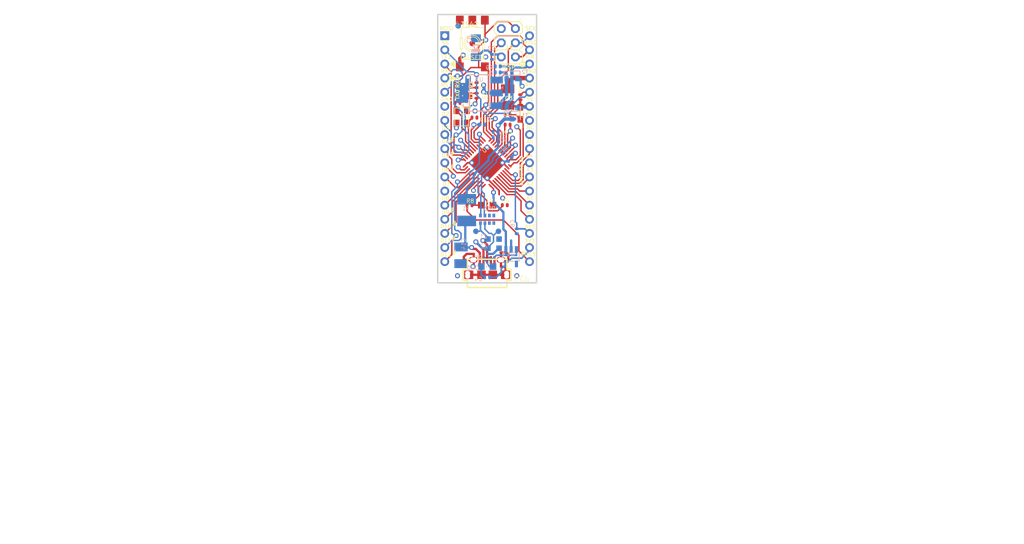
<source format=kicad_pcb>
(kicad_pcb (version 20211014) (generator pcbnew)
  (layers (0 "F.Cu" signal) (1 "In1.Cu" signal) (2 "In2.Cu" signal) (31 "B.Cu" signal) (34 "B.Paste" user) (35 "F.Paste" user) (36 "B.SilkS" user "B.Silkscreen") (37 "F.SilkS" user "F.Silkscreen") (38 "B.Mask" user) (39 "F.Mask" user) (44 "Edge.Cuts" user))
  (net 0 "")
  (net 1 "IO13*")
  (net 2 "D2/SDA")
  (net 3 "D3/SCL")
  (net 4 "RESET")
  (net 5 "D1/TX")
  (net 6 "IO11*")
  (net 7 "IO9*")
  (net 8 "IO10*")
  (net 9 "A3")
  (net 10 "A2")
  (net 11 "A1")
  (net 12 "A0")
  (net 13 "A4")
  (net 14 "A5")
  (net 15 "D4*")
  (net 16 "AREF")
  (net 17 "+5V")
  (net 18 "VIN")
  (net 19 "3V3")
  (net 20 "D0/RX")
  (net 21 "VUSB")
  (net 22 "XTAL2")
  (net 23 "XTAL1")
  (net 24 "N$7")
  (net 25 "GND")
  (net 26 "D-")
  (net 27 "D+")
  (net 28 "RD-")
  (net 29 "RD+")
  (net 30 "TXLED")
  (net 31 "MISO")
  (net 32 "SCK")
  (net 33 "MOSI")
  (net 34 "D6*")
  (net 35 "HWB")
  (net 36 "IO8")
  (net 37 "D7")
  (net 38 "AVCC")
  (net 39 "UCAP")
  (net 40 "RXLED/SS")
  (net 41 "N$2")
  (net 42 "N$4")
  (net 43 "N$3")
  (net 44 "VUSBD")
  (net 45 "D5*")
  (net 46 "IO12*")
  (net 47 "+VIN")
  (footprint "boardEagle:HEAD17-NOSS-1" (layer "F.Cu") (at 156.1211 84.6836 -90)
    (fp_text reference "J6")
    (fp_text value "HEAD17-NOSS-1")
  )
  (footprint "boardEagle:HEAD17-NOSS" (layer "F.Cu") (at 140.8811 84.6836 -90)
    (fp_text reference "J5")
    (fp_text value "HEAD17-NOSS")
  )
  (footprint "" (layer "F.Cu") (at 156.1211 82.1436)
    (fp_text reference "@HOLE3" hide)
    (fp_text value "")
  )
  (footprint "boardEagle:R0402" (layer "F.Cu") (at 146.5961 95.4786 90)
    (fp_text reference "R6")
    (fp_text value "1K")
  )
  (footprint "" (layer "F.Cu") (at 156.1211 127.8636)
    (fp_text reference "@HOLE1" hide)
    (fp_text value "")
  )
  (footprint "boardEagle:CON2_USB_MICRO_B_AT" (layer "F.Cu") (at 148.5011 127.6858)
    (fp_text reference "J3" hide)
    (fp_text value "USB Micro" hide)
  )
  (footprint "" (layer "F.Cu") (at 140.8811 127.8636)
    (fp_text reference "@HOLE0" hide)
    (fp_text value "")
  )
  (footprint "boardEagle:R0402" (layer "F.Cu") (at 151.6761 115.1636)
    (fp_text reference "R4")
    (fp_text value "10K")
  )
  (footprint "boardEagle:2X03" (layer "F.Cu") (at 152.3111 85.9536 90)
    (fp_text reference "J4")
    (fp_text value "3x2M")
  )
  (footprint "boardEagle:C0402" (layer "F.Cu") (at 152.1841 100.6856)
    (fp_text reference "C5")
    (fp_text value "1uF")
  )
  (footprint "" (layer "F.Cu") (at 140.8811 82.1436)
    (fp_text reference "@HOLE2" hide)
    (fp_text value "")
  )
  (footprint "boardEagle:TS42" (layer "F.Cu") (at 145.8341 86.0806 -90)
    (fp_text reference "RESET0")
    (fp_text value "TS42")
  )
  (footprint "boardEagle:R0402" (layer "F.Cu") (at 146.5961 93.5736 -90)
    (fp_text reference "R7")
    (fp_text value "1K")
  )
  (footprint "boardEagle:FD-1-1.5" (layer "F.Cu") (at 145.8341 86.0806)
    (fp_text reference "U$37" hide)
    (fp_text value "DNP" hide)
  )
  (footprint "boardEagle:TP-1.00MM" (layer "F.Cu") (at 150.5331 119.8626)
    (fp_text reference "D-0" hide)
    (fp_text value "DNP" hide)
  )
  (footprint "boardEagle:0805" (layer "F.Cu") (at 154.4701 98.6536 -90)
    (fp_text reference "L2")
    (fp_text value "MH2029-300Y")
  )
  (footprint "boardEagle:TP-1.00MM" (layer "F.Cu") (at 146.4691 119.8626)
    (fp_text reference "D+0" hide)
    (fp_text value "DNP" hide)
  )
  (footprint "boardEagle:QFN44ML7X7" (layer "F.Cu") (at 148.5011 107.5436 -135)
    (fp_text reference "U1")
    (fp_text value "ATMEGA32U4-XUMU")
  )
  (footprint "boardEagle:R0402" (layer "F.Cu") (at 145.3261 115.1636)
    (fp_text reference "R8")
    (fp_text value "1K")
  )
  (footprint "boardEagle:C0402" (layer "F.Cu") (at 152.1841 98.9076 180)
    (fp_text reference "C7")
    (fp_text value "1uF")
  )
  (footprint "boardEagle:R0402" (layer "F.Cu") (at 154.4701 95.7326 90)
    (fp_text reference "R1")
    (fp_text value "10K")
  )
  (footprint "boardEagle:CHIPLED_0805" (layer "F.Cu") (at 144.1831 95.4786 90)
    (fp_text reference "TX0")
    (fp_text value "yellow")
  )
  (footprint "boardEagle:CHIPLED_0805" (layer "F.Cu") (at 148.5011 115.1636 -90)
    (fp_text reference "L0")
    (fp_text value "green")
  )
  (footprint "boardEagle:CHIPLED_0805" (layer "F.Cu") (at 144.1831 93.5736 90)
    (fp_text reference "RX0")
    (fp_text value "yellow")
  )
  (footprint "boardEagle:SMC_B" (layer "F.Cu") (at 152.1841 95.7326 90)
    (fp_text reference "C3")
    (fp_text value "22u")
  )
  (footprint "boardEagle:FRAME" (layer "F.Cu") (at 139.6111 129.1336)
    (fp_text reference "FRAME1" hide)
    (fp_text value "DNP" hide)
  )
  (footprint "boardEagle:C0402" (layer "F.Cu") (at 146.2151 99.4156 180)
    (fp_text reference "C12")
    (fp_text value "22pF")
  )
  (footprint "boardEagle:C0402" (layer "F.Cu") (at 143.1671 96.7486 180)
    (fp_text reference "C13")
    (fp_text value "22pF")
  )
  (footprint "boardEagle:CRYSTAL-3.2-2.5" (layer "F.Cu") (at 143.9291 99.2886 90)
    (fp_text reference "Y3")
    (fp_text value "16MHz KX-7")
  )
  (footprint "boardEagle:C0402" (layer "B.Cu") (at 150.0251 101.9556 180)
    (fp_text reference "C9")
    (fp_text value "100n")
  )
  (footprint "boardEagle:SOT223" (layer "B.Cu") (at 147.1041 94.9706 -90)
    (fp_text reference "U2")
    (fp_text value "NCP1117-5")
  )
  (footprint "boardEagle:FD-1-1.5" (layer "B.Cu") (at 143.2941 82.9056 180)
    (fp_text reference "U$53" hide)
    (fp_text value "DNP" hide)
  )
  (footprint "boardEagle:C0402" (layer "B.Cu") (at 149.3901 88.4936 -90)
    (fp_text reference "C2")
    (fp_text value "100n")
  )
  (footprint "boardEagle:C0402" (layer "B.Cu") (at 150.4061 91.2876 180)
    (fp_text reference "C1")
    (fp_text value "100n")
  )
  (footprint "boardEagle:SOT-23" (layer "B.Cu") (at 152.9461 91.4146)
    (fp_text reference "T2")
    (fp_text value "PMV48XP")
  )
  (footprint "boardEagle:SOT-23" (layer "B.Cu") (at 153.0096 98.6536 180)
    (fp_text reference "T1")
    (fp_text value "FDN340P/PMV48XP")
  )
  (footprint "boardEagle:C0402" (layer "B.Cu") (at 153.8351 119.8626 -90)
    (fp_text reference "C6")
    (fp_text value "100n")
  )
  (footprint "boardEagle:C0402" (layer "B.Cu") (at 152.5651 106.9086 -135)
    (fp_text reference "C11")
    (fp_text value "100n")
  )
  (footprint "boardEagle:SMC_B" (layer "B.Cu") (at 143.8021 124.1806 -90)
    (fp_text reference "C14")
    (fp_text value "22u")
  )
  (footprint "boardEagle:SOT23-DBV" (layer "B.Cu") (at 152.8191 124.4346)
    (fp_text reference "U4")
    (fp_text value "LP2985-33DBVR")
  )
  (footprint "boardEagle:R0402" (layer "B.Cu") (at 150.4061 90.1954)
    (fp_text reference "R9")
    (fp_text value "10K")
  )
  (footprint "boardEagle:R0402" (layer "B.Cu") (at 150.0251 102.9716)
    (fp_text reference "R2")
    (fp_text value "10K")
  )
  (footprint "boardEagle:C0402" (layer "B.Cu") (at 147.5486 100.6856)
    (fp_text reference "C10")
    (fp_text value "100n")
  )
  (footprint "boardEagle:C0402" (layer "B.Cu") (at 148.5011 128.1176 180)
    (fp_text reference "C4")
    (fp_text value "1uF")
  )
  (footprint "boardEagle:CT_CN0603" (layer "B.Cu") (at 149.6441 122.9106)
    (fp_text reference "Z2")
    (fp_text value "CG0603MLC-05E")
  )
  (footprint "boardEagle:MINIMELF" (layer "B.Cu") (at 146.4691 86.8426 90)
    (fp_text reference "D2")
    (fp_text value "CD1206-S01575")
  )
  (footprint "boardEagle:CHIPLED_0805" (layer "B.Cu") (at 148.5011 126.2126 -90)
    (fp_text reference "ON0")
    (fp_text value "blue")
  )
  (footprint "boardEagle:R0402" (layer "B.Cu") (at 148.5011 124.8156 180)
    (fp_text reference "R5")
    (fp_text value "1K")
  )
  (footprint "boardEagle:CAY16" (layer "B.Cu") (at 148.5011 117.7036)
    (fp_text reference "RP3")
    (fp_text value "22R")
  )
  (footprint "boardEagle:CT_CN0603" (layer "B.Cu") (at 149.6441 121.2596)
    (fp_text reference "Z1")
    (fp_text value "CG0603MLC-05E")
  )
  (footprint "boardEagle:L1812" (layer "B.Cu") (at 144.8181 116.0526 90)
    (fp_text reference "F1")
    (fp_text value "MF-MSMF050-2 500mA")
  )
  (gr_line (start 142.3543 89.8652) (end 142.3543 89.662) (layer "F.SilkS") (width 0.4064))
  (gr_line (start 141.8971 91.7956) (end 142.6337 92.3036) (layer "F.SilkS") (width 0.3048))
  (gr_circle (center 154.8511 89.7636) (end 155.0307 89.7636) (layer "F.SilkS") (width 0.4064) (fill none))
  (gr_line (start 142.6591 90.2716) (end 141.8971 89.7636) (layer "F.SilkS") (width 0.3048))
  (gr_line (start 141.8971 91.7956) (end 141.8971 92.8116) (layer "F.SilkS") (width 0.3048))
  (gr_line (start 141.8971 92.8116) (end 142.6337 92.3036) (layer "F.SilkS") (width 0.3048))
  (gr_line (start 142.2019 92.3798) (end 142.2019 92.202) (layer "F.SilkS") (width 0.4064))
  (gr_line (start 142.6591 89.2556) (end 142.6591 90.2716) (layer "F.SilkS") (width 0.3048))
  (gr_line (start 141.8971 89.7636) (end 142.6591 89.2556) (layer "F.SilkS") (width 0.3048))
  (gr_line (start 157.3911 129.1336) (end 157.3911 80.8736) (layer "Edge.Cuts") (width 0.254))
  (gr_line (start 139.6111 80.8736) (end 139.6111 129.1336) (layer "Edge.Cuts") (width 0.254))
  (gr_line (start 157.3911 80.8736) (end 139.6111 80.8736) (layer "Edge.Cuts") (width 0.254))
  (gr_line (start 139.6111 129.1336) (end 157.3911 129.1336) (layer "Edge.Cuts") (width 0.254))
  (gr_text "#" (at 141.7701 116.4336) (layer "F.SilkS") (effects (font (size 0.69088 0.69088) (thickness 0.12192)) (justify left bottom)))
  (gr_text "D6" (at 140.2461 109.1946) (layer "F.SilkS") (effects (font (size 0.69088 0.69088) (thickness 0.12192)) (justify left bottom)))
  (gr_text "ICSP" (at 151.1173 90.7796) (layer "F.SilkS") (effects (font (size 0.69088 0.69088) (thickness 0.12192)) (justify left bottom)))
  (gr_text "VIN" (at 155.2321 88.8746) (layer "F.SilkS") (effects (font (size 0.69088 0.69088) (thickness 0.12192)) (justify left bottom)))
  (gr_text "SS" (at 140.2461 86.3346) (layer "F.SilkS") (effects (font (size 0.69088 0.69088) (thickness 0.12192)) (justify left bottom)))
  (gr_text "#" (at 142.1511 124.0536) (layer "F.SilkS") (effects (font (size 0.69088 0.69088) (thickness 0.12192)) (justify left bottom)))
  (gr_text "NC" (at 155.4861 101.5746) (layer "F.SilkS") (effects (font (size 0.69088 0.69088) (thickness 0.12192)) (justify left bottom)))
  (gr_text "REF" (at 155.2321 119.4816) (layer "F.SilkS") (effects (font (size 0.69088 0.69088) (thickness 0.12192)) (justify left bottom)))
  (gr_text "#" (at 141.7701 106.2736) (layer "F.SilkS") (effects (font (size 0.69088 0.69088) (thickness 0.12192)) (justify left bottom)))
  (gr_text "D13" (at 155.1051 124.4346) (layer "F.SilkS") (effects (font (size 0.69088 0.69088) (thickness 0.12192)) (justify left bottom)))
  (gr_text "D12" (at 139.9921 124.4346) (layer "F.SilkS") (effects (font (size 0.69088 0.69088) (thickness 0.12192)) (justify left bottom)))
  (gr_text "MOSI" (at 139.8651 83.7946) (layer "F.SilkS") (effects (font (size 0.69088 0.69088) (thickness 0.12192)) (justify left bottom)))
  (gr_text "3V3" (at 155.1051 122.0216) (layer "F.SilkS") (effects (font (size 0.69088 0.69088) (thickness 0.12192)) (justify left bottom)))
  (gr_text "RST" (at 140.1191 93.9546) (layer "F.SilkS") (effects (font (size 0.69088 0.69088) (thickness 0.12192)) (justify left bottom)))
  (gr_text "A3" (at 155.4861 109.1946) (layer "F.SilkS") (effects (font (size 0.69088 0.69088) (thickness 0.12192)) (justify left bottom)))
  (gr_text "arduino.cc" (at 154.9781 111.7346 90) (layer "F.SilkS") (effects (font (size 0.69088 0.69088) (thickness 0.12192)) (justify left bottom)))
  (gr_text "#" (at 154.4701 124.1806) (layer "F.SilkS") (effects (font (size 0.69088 0.69088) (thickness 0.12192)) (justify left bottom)))
  (gr_text "RX" (at 146.032243 94.2086 90) (layer "F.SilkS") (effects (font (size 0.69088 0.69088) (thickness 0.12192)) (justify left bottom)))
  (gr_text "A5" (at 155.4861 104.1146) (layer "F.SilkS") (effects (font (size 0.69088 0.69088) (thickness 0.12192)) (justify left bottom)))
  (gr_text "TX" (at 146.066231 96.124929 90) (layer "F.SilkS") (effects (font (size 0.69088 0.69088) (thickness 0.12192)) (justify left bottom)))
  (gr_text "SCK" (at 155.2321 83.7946) (layer "F.SilkS") (effects (font (size 0.69088 0.69088) (thickness 0.12192)) (justify left bottom)))
  (gr_text "A4" (at 155.3591 106.6546) (layer "F.SilkS") (effects (font (size 0.69088 0.69088) (thickness 0.12192)) (justify left bottom)))
  (gr_text "#" (at 142.0241 121.5136) (layer "F.SilkS") (effects (font (size 0.69088 0.69088) (thickness 0.12192)) (justify left bottom)))
  (gr_text "D5" (at 140.2461 106.6546) (layer "F.SilkS") (effects (font (size 0.69088 0.69088) (thickness 0.12192)) (justify left bottom)))
  (gr_text "A1" (at 155.4861 114.2746) (layer "F.SilkS") (effects (font (size 0.69088 0.69088) (thickness 0.12192)) (justify left bottom)))
  (gr_text "GND" (at 155.1051 91.4146) (layer "F.SilkS") (effects (font (size 0.69088 0.69088) (thickness 0.12192)) (justify left bottom)))
  (gr_text "D10" (at 139.9921 119.3546) (layer "F.SilkS") (effects (font (size 0.69088 0.69088) (thickness 0.12192)) (justify left bottom)))
  (gr_text "D2" (at 140.2461 99.1616) (layer "F.SilkS") (effects (font (size 0.69088 0.69088) (thickness 0.12192)) (justify left bottom)))
  (gr_text "#" (at 142.1511 118.8466) (layer "F.SilkS") (effects (font (size 0.69088 0.69088) (thickness 0.12192)) (justify left bottom)))
  (gr_text "MISO" (at 154.9781 86.3346) (layer "F.SilkS") (effects (font (size 0.69088 0.69088) (thickness 0.12192)) (justify left bottom)))
  (gr_text "D4" (at 140.2461 104.1146) (layer "F.SilkS") (effects (font (size 0.69088 0.69088) (thickness 0.12192)) (justify left bottom)))
  (gr_text "RST" (at 155.2321 93.9546) (layer "F.SilkS") (effects (font (size 0.69088 0.69088) (thickness 0.12192)) (justify left bottom)))
  (gr_text "#" (at 141.7701 103.7336) (layer "F.SilkS") (effects (font (size 0.69088 0.69088) (thickness 0.12192)) (justify left bottom)))
  (gr_text "TX1" (at 140.1191 88.8746) (layer "F.SilkS") (effects (font (size 0.69088 0.69088) (thickness 0.12192)) (justify left bottom)))
  (gr_text "#" (at 141.7701 108.6866) (layer "F.SilkS") (effects (font (size 0.69088 0.69088) (thickness 0.12192)) (justify left bottom)))
  (gr_text "GND" (at 140.1191 96.4946) (layer "F.SilkS") (effects (font (size 0.69088 0.69088) (thickness 0.12192)) (justify left bottom)))
  (gr_text "D9" (at 140.2461 116.8146) (layer "F.SilkS") (effects (font (size 0.69088 0.69088) (thickness 0.12192)) (justify left bottom)))
  (gr_text "5V" (at 155.4861 96.4946) (layer "F.SilkS") (effects (font (size 0.69088 0.69088) (thickness 0.12192)) (justify left bottom)))
  (gr_text "D7" (at 140.3731 111.7346) (layer "F.SilkS") (effects (font (size 0.69088 0.69088) (thickness 0.12192)) (justify left bottom)))
  (gr_text "A2" (at 155.4861 111.7346) (layer "F.SilkS") (effects (font (size 0.69088 0.69088) (thickness 0.12192)) (justify left bottom)))
  (gr_text "NC" (at 155.6131 99.0346) (layer "F.SilkS") (effects (font (size 0.69088 0.69088) (thickness 0.12192)) (justify left bottom)))
  (gr_text "D8" (at 140.2461 114.2746) (layer "F.SilkS") (effects (font (size 0.69088 0.69088) (thickness 0.12192)) (justify left bottom)))
  (gr_text "RX1" (at 140.1191 91.4146) (layer "F.SilkS") (effects (font (size 0.69088 0.69088) (thickness 0.12192)) (justify left bottom)))
  (gr_text "D11" (at 139.9921 121.8946) (layer "F.SilkS") (effects (font (size 0.69088 0.69088) (thickness 0.12192)) (justify left bottom)))
  (gr_text "D3" (at 140.2461 101.7016) (layer "F.SilkS") (effects (font (size 0.69088 0.69088) (thickness 0.12192)) (justify left bottom)))
  (gr_text "A0" (at 155.4861 116.8146) (layer "F.SilkS") (effects (font (size 0.69088 0.69088) (thickness 0.12192)) (justify left bottom)))
  (segment (start 146.4691 117.8306) (end 144.8816 116.2431) (width 0.254) (layer "F.Cu") (net 1))
  (segment (start 156.1211 125.3236) (end 154.2161 123.4186) (width 0.254) (layer "F.Cu") (net 1))
  (segment (start 144.8816 115.1636) (end 144.8816 114.5921) (width 0.254) (layer "F.Cu") (net 1))
  (segment (start 145.1991 114.2746) (end 146.0881 114.2746) (width 0.254) (layer "F.Cu") (net 1))
  (segment (start 146.0881 114.2746) (end 146.9771 113.5126) (width 0.254) (layer "F.Cu") (net 1))
  (segment (start 151.4221 117.8306) (end 146.4691 117.8306) (width 0.254) (layer "F.Cu") (net 1))
  (segment (start 146.9771 113.5126) (end 146.9771 111.896) (width 0.254) (layer "F.Cu") (net 1))
  (segment (start 154.2161 120.6246) (end 151.4221 117.8306) (width 0.254) (layer "F.Cu") (net 1))
  (segment (start 144.8816 114.5921) (end 145.1991 114.2746) (width 0.254) (layer "F.Cu") (net 1))
  (segment (start 154.2161 123.4186) (end 154.2161 120.6246) (width 0.254) (layer "F.Cu") (net 1))
  (segment (start 146.9771 111.896) (end 147.599537 111.273591) (width 0.254) (layer "F.Cu") (net 1))
  (segment (start 144.8816 115.1636) (end 144.8816 116.2431) (width 0.254) (layer "F.Cu") (net 1))
  (segment (start 144.8008 105.2576) (end 145.478215 105.934935) (width 0.254) (layer "F.Cu") (net 2))
  (segment (start 144.0561 105.2576) (end 144.8008 105.2576) (width 0.254) (layer "F.Cu") (net 2))
  (segment (start 143.4211 104.7496) (end 143.5481 104.7496) (width 0.254) (layer "F.Cu") (net 2))
  (segment (start 143.5481 104.7496) (end 144.0561 105.2576) (width 0.254) (layer "F.Cu") (net 2))
  (via (at 143.4211 104.7496) (size 0.9) (drill 0.5) (layers "F.Cu" "B.Cu") (net 2))
  (segment (start 142.7861 104.3686) (end 143.0401 104.3686) (width 0.254) (layer "B.Cu") (net 2))
  (segment (start 140.8811 100.8126) (end 140.8811 99.9236) (width 0.254) (layer "B.Cu") (net 2))
  (segment (start 142.0241 103.6066) (end 142.0241 101.9556) (width 0.254) (layer "B.Cu") (net 2))
  (segment (start 142.0241 101.9556) (end 140.8811 100.8126) (width 0.254) (layer "B.Cu") (net 2))
  (segment (start 143.0401 104.3686) (end 143.4211 104.7496) (width 0.254) (layer "B.Cu") (net 2))
  (segment (start 142.7861 104.3686) (end 142.0241 103.6066) (width 0.254) (layer "B.Cu") (net 2))
  (segment (start 145.0086 104.7496) (end 144.9999 104.7496) (width 0.254) (layer "F.Cu") (net 3))
  (segment (start 144.9999 104.7496) (end 145.831771 105.581382) (width 0.254) (layer "F.Cu") (net 3))
  (segment (start 143.7386 103.4796) (end 145.0086 104.7496) (width 0.254) (layer "F.Cu") (net 3))
  (via (at 143.7386 103.4796) (size 0.9) (drill 0.5) (layers "F.Cu" "B.Cu") (net 3))
  (segment (start 141.3891 103.7971) (end 142.2781 104.6861) (width 0.254) (layer "B.Cu") (net 3))
  (segment (start 141.3891 102.9716) (end 140.8811 102.4636) (width 0.254) (layer "B.Cu") (net 3))
  (segment (start 144.0561 105.6386) (end 144.4371 105.2576) (width 0.254) (layer "B.Cu") (net 3))
  (segment (start 141.3891 103.7971) (end 141.3891 102.9716) (width 0.254) (layer "B.Cu") (net 3))
  (segment (start 142.2781 104.8766) (end 143.0401 105.6386) (width 0.254) (layer "B.Cu") (net 3))
  (segment (start 143.0401 105.6386) (end 144.0561 105.6386) (width 0.254) (layer "B.Cu") (net 3))
  (segment (start 142.2781 104.6861) (end 142.2781 104.8766) (width 0.254) (layer "B.Cu") (net 3))
  (segment (start 144.4371 105.2576) (end 144.4371 104.1781) (width 0.254) (layer "B.Cu") (net 3))
  (segment (start 144.4371 104.1781) (end 143.7386 103.4796) (width 0.254) (layer "B.Cu") (net 3))
  (segment (start 147.9931 90.2716) (end 148.1201 90.2716) (width 0.254) (layer "F.Cu") (net 4))
  (segment (start 154.5082 95.2881) (end 154.559 95.2881) (width 0.254) (layer "F.Cu") (net 4))
  (segment (start 148.2471 90.2806) (end 148.2471 90.3986) (width 0.254) (layer "F.Cu") (net 4))
  (segment (start 154.559 95.2881) (end 155.0035 94.8436) (width 0.254) (layer "F.Cu") (net 4))
  (segment (start 144.0561 91.9226) (end 143.1671 91.9226) (width 0.254) (layer "F.Cu") (net 4))
  (segment (start 148.0841 90.2806) (end 148.0841 90.2356) (width 0.254) (layer "F.Cu") (net 4))
  (segment (start 148.1201 90.3986) (end 148.1201 90.2716) (width 0.254) (layer "F.Cu") (net 4))
  (segment (start 154.5082 95.2881) (end 154.4701 95.2881) (width 0.3048) (layer "F.Cu") (net 4))
  (segment (start 150.4061 82.1436) (end 152.3111 82.1436) (width 0.254) (layer "F.Cu") (net 4))
  (segment (start 148.7551 96.6216) (end 148.2471 97.1296) (width 0.254) (layer "F.Cu") (net 4))
  (segment (start 148.0841 90.2806) (end 148.2471 90.2806) (width 0.254) (layer "F.Cu") (net 4))
  (segment (start 147.9931 90.2716) (end 147.9931 90.2806) (width 0.254) (layer "F.Cu") (net 4))
  (segment (start 152.3111 82.1436) (end 153.5811 83.4136) (width 0.254) (layer "F.Cu") (net 4))
  (segment (start 148.1201 90.3166) (end 148.0841 90.2806) (width 0.254) (layer "F.Cu") (net 4))
  (segment (start 147.8301 90.0266) (end 148.0841 90.2806) (width 0.254) (layer "F.Cu") (net 4))
  (segment (start 148.2471 85.4456) (end 148.1201 85.4456) (width 0.254) (layer "F.Cu") (net 4))
  (segment (start 147.599537 103.813613) (end 147.1384 103.3526) (width 0.254) (layer "F.Cu") (net 4))
  (segment (start 146.9771 86.7156) (end 148.2471 85.4456) (width 0.254) (layer "F.Cu") (net 4))
  (segment (start 148.0841 90.3626) (end 148.0841 90.2806) (width 0.254) (layer "F.Cu") (net 4))
  (segment (start 147.9931 90.2806) (end 148.1201 90.4076) (width 0.254) (layer "F.Cu") (net 4))
  (segment (start 148.2471 90.3986) (end 148.1201 90.3986) (width 0.254) (layer "F.Cu") (net 4))
  (segment (start 148.7551 96.6216) (end 148.7551 90.9516) (width 0.254) (layer "F.Cu") (net 4))
  (segment (start 148.1201 84.4296) (end 150.4061 82.1436) (width 0.254) (layer "F.Cu") (net 4))
  (segment (start 148.1201 84.4296) (end 148.1201 81.9166) (width 0.254) (layer "F.Cu") (net 4))
  (segment (start 146.9771 90.3986) (end 146.9771 86.7156) (width 0.254) (layer "F.Cu") (net 4))
  (segment (start 148.0566 90.3081) (end 148.0841 90.2806) (width 0.254) (layer "F.Cu") (net 4))
  (segment (start 146.1516 101.8921) (end 147.3581 100.6856) (width 0.254) (layer "F.Cu") (net 4))
  (segment (start 148.0566 90.2081) (end 148.0841 90.3626) (width 0.254) (layer "F.Cu") (net 4))
  (segment (start 145.5711 90.4076) (end 148.1201 90.4076) (width 0.254) (layer "F.Cu") (net 4))
  (segment (start 146.4691 103.3526) (end 146.1516 103.0351) (width 0.254) (layer "F.Cu") (net 4))
  (segment (start 148.1201 90.2716) (end 148.0841 90.2356) (width 0.254) (layer "F.Cu") (net 4))
  (segment (start 148.1201 85.3186) (end 148.1201 84.4296) (width 0.254) (layer "F.Cu") (net 4))
  (segment (start 148.0841 90.3626) (end 148.1201 90.3986) (width 0.254) (layer "F.Cu") (net 4))
  (segment (start 147.3581 98.0186) (end 148.2471 97.1296) (width 0.254) (layer "F.Cu") (net 4))
  (segment (start 155.0035 94.8436) (end 156.1211 94.8436) (width 0.254) (layer "F.Cu") (net 4))
  (segment (start 148.0566 90.3081) (end 148.0566 90.2081) (width 0.254) (layer "F.Cu") (net 4))
  (segment (start 148.2471 85.4456) (end 148.1201 85.3186) (width 0.254) (layer "F.Cu") (net 4))
  (segment (start 147.3581 100.6856) (end 147.3581 98.0186) (width 0.254) (layer "F.Cu") (net 4))
  (segment (start 148.7551 90.9516) (end 148.0841 90.2806) (width 0.254) (layer "F.Cu") (net 4))
  (segment (start 147.1384 103.3526) (end 146.4691 103.3526) (width 0.254) (layer "F.Cu") (net 4))
  (segment (start 146.1516 103.0351) (end 146.1516 101.8921) (width 0.254) (layer "F.Cu") (net 4))
  (segment (start 146.9771 90.3986) (end 148.1201 90.3986) (width 0.254) (layer "F.Cu") (net 4))
  (segment (start 148.1201 81.9166) (end 148.0841 81.8806) (width 0.254) (layer "F.Cu") (net 4))
  (segment (start 145.5711 90.4076) (end 144.0561 91.9226) (width 0.254) (layer "F.Cu") (net 4))
  (segment (start 148.1201 85.4456) (end 148.1201 85.3186) (width 0.254) (layer "F.Cu") (net 4))
  (via (at 148.2471 97.1296) (size 0.9) (drill 0.5) (layers "F.Cu" "B.Cu") (net 4))
  (via (at 148.2471 85.4456) (size 0.9) (drill 0.5) (layers "F.Cu" "B.Cu") (net 4))
  (via (at 143.1671 91.9226) (size 0.9) (drill 0.5) (layers "F.Cu" "B.Cu") (net 4))
  (segment (start 148.2217 97.7392) (end 148.2217 97.282) (width 0.254) (layer "B.Cu") (net 4))
  (segment (start 142.6591 91.9226) (end 142.0241 92.5576) (width 0.254) (layer "B.Cu") (net 4))
  (segment (start 149.1361 98.6536) (end 152.4381 98.6536) (width 0.254) (layer "B.Cu") (net 4))
  (segment (start 154.4066 95.7326) (end 152.9461 97.2566) (width 0.254) (layer "B.Cu") (net 4))
  (segment (start 142.0241 93.7006) (end 140.8811 94.8436) (width 0.254) (layer "B.Cu") (net 4))
  (segment (start 146.4691 85.1426) (end 146.4691 85.0646) (width 0.254) (layer "B.Cu") (net 4))
  (segment (start 155.2321 95.7326) (end 154.4066 95.7326) (width 0.254) (layer "B.Cu") (net 4))
  (segment (start 148.2217 97.282) (end 148.2471 97.1296) (width 0.254) (layer "B.Cu") (net 4))
  (segment (start 148.2471 85.4456) (end 146.4691 85.4456) (width 0.254) (layer "B.Cu") (net 4))
  (segment (start 142.0241 92.5576) (end 142.0241 93.7006) (width 0.254) (layer "B.Cu") (net 4))
  (segment (start 143.1671 91.9226) (end 142.6591 91.9226) (width 0.254) (layer "B.Cu") (net 4))
  (segment (start 146.4691 85.4456) (end 146.4691 85.1426) (width 0.254) (layer "B.Cu") (net 4))
  (segment (start 152.9461 97.2566) (end 152.9461 98.1456) (width 0.254) (layer "B.Cu") (net 4))
  (segment (start 155.2321 95.7326) (end 156.1211 94.8436) (width 0.254) (layer "B.Cu") (net 4))
  (segment (start 152.9461 98.1456) (end 152.4381 98.6536) (width 0.254) (layer "B.Cu") (net 4))
  (segment (start 148.2217 97.7392) (end 149.1361 98.6536) (width 0.254) (layer "B.Cu") (net 4))
  (segment (start 143.6751 106.1466) (end 143.8021 106.2736) (width 0.254) (layer "F.Cu") (net 5))
  (segment (start 143.8021 106.2736) (end 144.4026 106.2736) (width 0.254) (layer "F.Cu") (net 5))
  (segment (start 142.3416 106.1466) (end 143.6751 106.1466) (width 0.254) (layer "F.Cu") (net 5))
  (segment (start 142.0241 91.1606) (end 140.8811 90.0176) (width 0.254) (layer "F.Cu") (net 5))
  (segment (start 140.8811 90.0176) (end 140.8811 89.7636) (width 0.254) (layer "F.Cu") (net 5))
  (segment (start 142.0241 105.8291) (end 142.3416 106.1466) (width 0.254) (layer "F.Cu") (net 5))
  (segment (start 144.4026 106.2736) (end 144.771109 106.642041) (width 0.254) (layer "F.Cu") (net 5))
  (segment (start 142.0241 105.8291) (end 142.0241 91.1606) (width 0.254) (layer "F.Cu") (net 5))
  (segment (start 147.1041 102.4001) (end 147.1041 102.6112) (width 0.254) (layer "F.Cu") (net 6))
  (segment (start 147.1041 102.6112) (end 147.95309 103.46006) (width 0.254) (layer "F.Cu") (net 6))
  (via (at 147.1041 102.4001) (size 0.9) (drill 0.5) (layers "F.Cu" "B.Cu") (net 6))
  (segment (start 145.3261 109.4486) (end 147.1041 107.6706) (width 0.254) (layer "B.Cu") (net 6))
  (segment (start 143.8021 121.1326) (end 143.8021 120.2436) (width 0.254) (layer "B.Cu") (net 6))
  (segment (start 145.3261 110.3376) (end 145.3261 109.4486) (width 0.254) (layer "B.Cu") (net 6))
  (segment (start 142.6591 113.0046) (end 145.3261 110.3376) (width 0.254) (layer "B.Cu") (net 6))
  (segment (start 143.8021 120.2436) (end 143.2941 119.7356) (width 0.254) (layer "B.Cu") (net 6))
  (segment (start 143.4211 121.5136) (end 143.8021 121.1326) (width 0.254) (layer "B.Cu") (net 6))
  (segment (start 147.1041 107.6706) (end 147.1041 102.4001) (width 0.254) (layer "B.Cu") (net 6))
  (segment (start 142.9131 119.7356) (end 142.6591 119.4816) (width 0.254) (layer "B.Cu") (net 6))
  (segment (start 140.8811 122.7836) (end 142.1511 121.5136) (width 0.254) (layer "B.Cu") (net 6))
  (segment (start 143.2941 119.7356) (end 142.9131 119.7356) (width 0.254) (layer "B.Cu") (net 6))
  (segment (start 142.1511 121.5136) (end 143.4211 121.5136) (width 0.254) (layer "B.Cu") (net 6))
  (segment (start 142.6591 119.4816) (end 142.6591 113.0046) (width 0.254) (layer "B.Cu") (net 6))
  (segment (start 142.2781 114.4737) (end 146.538878 110.212929) (width 0.254) (layer "F.Cu") (net 7))
  (segment (start 142.2781 116.3066) (end 142.2781 114.4737) (width 0.254) (layer "F.Cu") (net 7))
  (segment (start 140.8811 117.7036) (end 142.2781 116.3066) (width 0.254) (layer "F.Cu") (net 7))
  (segment (start 140.8811 120.2436) (end 142.9131 118.2116) (width 0.254) (layer "F.Cu") (net 8))
  (segment (start 142.9131 114.5458) (end 146.892431 110.566485) (width 0.254) (layer "F.Cu") (net 8))
  (segment (start 142.9131 118.2116) (end 142.9131 114.5458) (width 0.254) (layer "F.Cu") (net 8))
  (segment (start 152.692 111.7346) (end 154.5971 111.7346) (width 0.254) (layer "F.Cu") (net 9))
  (segment (start 155.8671 110.4646) (end 156.1211 110.0836) (width 0.254) (layer "F.Cu") (net 9))
  (segment (start 150.816871 109.859375) (end 152.692 111.7346) (width 0.254) (layer "F.Cu") (net 9))
  (segment (start 154.5971 111.7346) (end 155.8671 110.4646) (width 0.254) (layer "F.Cu") (net 9))
  (segment (start 152.4929 112.2426) (end 153.9621 112.2426) (width 0.254) (layer "F.Cu") (net 10))
  (segment (start 153.9621 112.2426) (end 154.3431 112.6236) (width 0.254) (layer "F.Cu") (net 10))
  (segment (start 154.3431 112.6236) (end 156.1211 112.6236) (width 0.254) (layer "F.Cu") (net 10))
  (segment (start 150.463318 110.212929) (end 152.4929 112.2426) (width 0.254) (layer "F.Cu") (net 10))
  (segment (start 152.4929 112.2426) (end 152.4929 112.2466) (width 0.254) (layer "F.Cu") (net 10))
  (segment (start 152.3111 112.7506) (end 150.109765 110.566485) (width 0.254) (layer "F.Cu") (net 11))
  (segment (start 153.7081 112.7506) (end 156.1211 115.1636) (width 0.254) (layer "F.Cu") (net 11))
  (segment (start 153.7081 112.7506) (end 152.3111 112.7506) (width 0.254) (layer "F.Cu") (net 11))
  (segment (start 152.0571 113.2586) (end 149.756212 110.920038) (width 0.254) (layer "F.Cu") (net 12))
  (segment (start 153.4541 113.2586) (end 152.0571 113.2586) (width 0.254) (layer "F.Cu") (net 12))
  (segment (start 154.5971 114.4016) (end 154.5971 116.1796) (width 0.254) (layer "F.Cu") (net 12))
  (segment (start 153.4541 113.2586) (end 154.5971 114.4016) (width 0.254) (layer "F.Cu") (net 12))
  (segment (start 156.1211 117.7036) (end 154.5971 116.1796) (width 0.254) (layer "F.Cu") (net 12))
  (segment (start 151.170425 109.505822) (end 152.8911 111.2266) (width 0.254) (layer "F.Cu") (net 13))
  (segment (start 154.3431 111.2266) (end 154.9781 110.5916) (width 0.254) (layer "F.Cu") (net 13))
  (segment (start 155.4861 107.5436) (end 156.1211 107.5436) (width 0.254) (layer "F.Cu") (net 13))
  (segment (start 154.9781 108.0516) (end 155.4861 107.5436) (width 0.254) (layer "F.Cu") (net 13))
  (segment (start 152.8911 111.2266) (end 154.3431 111.2266) (width 0.254) (layer "F.Cu") (net 13))
  (segment (start 154.9781 110.5916) (end 154.9781 108.0516) (width 0.254) (layer "F.Cu") (net 13))
  (segment (start 156.1211 105.9434) (end 156.1211 105.0036) (width 0.254) (layer "F.Cu") (net 14))
  (segment (start 154.4701 107.5944) (end 156.1211 105.9434) (width 0.254) (layer "F.Cu") (net 14))
  (segment (start 154.0891 110.7186) (end 154.4701 110.3376) (width 0.254) (layer "F.Cu") (net 14))
  (segment (start 153.0902 110.7186) (end 154.0891 110.7186) (width 0.254) (layer "F.Cu") (net 14))
  (segment (start 154.4701 110.3376) (end 154.4701 107.5944) (width 0.254) (layer "F.Cu") (net 14))
  (segment (start 151.523981 109.152269) (end 153.0902 110.7186) (width 0.254) (layer "F.Cu") (net 14))
  (segment (start 144.6018 109.3216) (end 145.124662 108.798716) (width 0.254) (layer "F.Cu") (net 15))
  (segment (start 141.3891 105.5116) (end 141.3891 106.1466) (width 0.254) (layer "F.Cu") (net 15))
  (segment (start 143.0401 109.3216) (end 144.6018 109.3216) (width 0.254) (layer "F.Cu") (net 15))
  (segment (start 143.0401 109.3216) (end 142.1511 108.4326) (width 0.254) (layer "F.Cu") (net 15))
  (segment (start 142.1511 106.9086) (end 142.1511 108.4326) (width 0.254) (layer "F.Cu") (net 15))
  (segment (start 140.8811 105.0036) (end 141.3891 105.5116) (width 0.254) (layer "F.Cu") (net 15))
  (segment (start 141.3891 106.1466) (end 142.1511 106.9086) (width 0.254) (layer "F.Cu") (net 15))
  (segment (start 153.5811 109.7026) (end 152.7813 109.7026) (width 0.254) (layer "F.Cu") (net 16))
  (segment (start 152.7813 109.7026) (end 151.877534 108.798716) (width 0.254) (layer "F.Cu") (net 16))
  (via (at 153.5811 109.7026) (size 0.9) (drill 0.5) (layers "F.Cu" "B.Cu") (net 16))
  (segment (start 153.8351 118.4021) (end 153.5811 118.1481) (width 0.254) (layer "B.Cu") (net 16))
  (segment (start 153.5811 118.1481) (end 153.5811 109.7026) (width 0.254) (layer "B.Cu") (net 16))
  (segment (start 155.2956 119.4181) (end 156.1211 120.2436) (width 0.3048) (layer "B.Cu") (net 16))
  (segment (start 153.8351 119.4181) (end 153.8351 118.4021) (width 0.254) (layer "B.Cu") (net 16))
  (segment (start 153.8351 119.4181) (end 155.2956 119.4181) (width 0.3048) (layer "B.Cu") (net 16))
  (segment (start 154.3431 97.3836) (end 156.1211 97.3836) (width 0.4064) (layer "F.Cu") (net 17))
  (segment (start 149.6441 112.8776) (end 149.6441 112.2222) (width 0.254) (layer "F.Cu") (net 17))
  (segment (start 149.6441 112.2222) (end 149.049106 111.627144) (width 0.254) (layer "F.Cu") (net 17))
  (segment (start 154.3431 97.5536) (end 154.3431 97.3836) (width 0.4064) (layer "F.Cu") (net 17))
  (segment (start 153.0731 105.8) (end 153.5811 105.8291) (width 0.254) (layer "F.Cu") (net 17))
  (segment (start 146.9771 103.8606) (end 147.245984 104.167166) (width 0.254) (layer "F.Cu") (net 17))
  (segment (start 146.0881 101.1936) (end 146.0881 100.6856) (width 0.254) (layer "F.Cu") (net 17))
  (segment (start 143.2941 108.3056) (end 143.8021 108.8136) (width 0.254) (layer "F.Cu") (net 17))
  (segment (start 154.3431 97.3836) (end 152.1841 97.3836) (width 0.4064) (layer "F.Cu") (net 17))
  (segment (start 154.4701 96.1771) (end 154.4701 97.5536) (width 0.4064) (layer "F.Cu") (net 17))
  (segment (start 146.2151 103.8606) (end 145.6436 103.2891) (width 0.254) (layer "F.Cu") (net 17))
  (segment (start 144.4027 108.8136) (end 144.771109 108.445163) (width 0.254) (layer "F.Cu") (net 17))
  (segment (start 146.2151 103.8606) (end 146.9771 103.8606) (width 0.254) (layer "F.Cu") (net 17))
  (segment (start 152.231087 106.642041) (end 153.0731 105.8) (width 0.254) (layer "F.Cu") (net 17))
  (segment (start 145.6436 103.2891) (end 145.6436 101.6381) (width 0.254) (layer "F.Cu") (net 17))
  (segment (start 143.8021 108.8136) (end 144.4027 108.8136) (width 0.254) (layer "F.Cu") (net 17))
  (segment (start 152.1841 97.3836) (end 152.1841 97.2326) (width 0.4064) (layer "F.Cu") (net 17))
  (segment (start 154.4701 97.5536) (end 154.3431 97.5536) (width 0.4064) (layer "F.Cu") (net 17))
  (segment (start 145.6436 101.6381) (end 146.0881 101.1936) (width 0.254) (layer "F.Cu") (net 17))
  (via (at 154.7876 93.7641) (size 0.9) (drill 0.5) (layers "F.Cu" "B.Cu") (net 17))
  (via (at 149.6441 112.8776) (size 0.9) (drill 0.5) (layers "F.Cu" "B.Cu") (net 17))
  (via (at 147.856371 94.769635) (size 0.9) (drill 0.5) (layers "F.Cu" "B.Cu") (net 17))
  (via (at 145.0721 92.1766) (size 0.9) (drill 0.5) (layers "F.Cu" "B.Cu") (net 17))
  (via (at 143.2941 108.3056) (size 0.9) (drill 0.5) (layers "F.Cu" "B.Cu") (net 17))
  (via (at 147.8693 93.566794) (size 0.9) (drill 0.5) (layers "F.Cu" "B.Cu") (net 17))
  (via (at 146.0881 100.6856) (size 0.9) (drill 0.5) (layers "F.Cu" "B.Cu") (net 17))
  (via (at 153.5811 105.8291) (size 0.9) (drill 0.5) (layers "F.Cu" "B.Cu") (net 17))
  (segment (start 153.7691 123.1346) (end 153.7691 124.1806) (width 0.3048) (layer "B.Cu") (net 17))
  (segment (start 147.8661 87.3506) (end 148.6916 87.3506) (width 0.4064) (layer "B.Cu") (net 17))
  (segment (start 154.5336 93.5101) (end 154.7876 93.7641) (width 0.4064) (layer "B.Cu") (net 17))
  (segment (start 146.6741 88.5426) (end 147.8661 87.3506) (width 0.4064) (layer "B.Cu") (net 17))
  (segment (start 151.8691 123.1346) (end 151.8691 119.9286) (width 0.4064) (layer "B.Cu") (net 17))
  (segment (start 153.9494 97.6376) (end 155.8671 97.6376) (width 0.4064) (layer "B.Cu") (net 17))
  (segment (start 153.9367 92.4306) (end 154.5336 92.4687) (width 0.4064) (layer "B.Cu") (net 17))
  (segment (start 149.6441 114.6556) (end 149.6441 112.8776) (width 0.4064) (layer "B.Cu") (net 17))
  (segment (start 146.0881 100.6856) (end 147.1041 100.6856) (width 0.4064) (layer "B.Cu") (net 17))
  (segment (start 155.8671 97.6376) (end 156.1211 97.3836) (width 0.4064) (layer "B.Cu") (net 17))
  (segment (start 147.9963 94.9706) (end 147.8693 93.566794) (width 0.6096) (layer "B.Cu") (net 17))
  (segment (start 153.7691 124.1806) (end 151.8691 124.1806) (width 0.3048) (layer "B.Cu") (net 17))
  (segment (start 150.2029 94.9706) (end 147.9963 94.9706) (width 0.6096) (layer "B.Cu") (net 17))
  (segment (start 149.5171 124.8156) (end 148.9456 124.8156) (width 0.3048) (layer "B.Cu") (net 17))
  (segment (start 153.5811 105.8291) (end 153.0248 106.3854) (width 0.4064) (layer "B.Cu") (net 17))
  (segment (start 151.8691 123.1346) (end 151.8691 124.1806) (width 0.3048) (layer "B.Cu") (net 17))
  (segment (start 146.4691 88.5426) (end 146.6741 88.5426) (width 0.4064) (layer "B.Cu") (net 17))
  (segment (start 151.4221 119.4816) (end 151.4221 116.4336) (width 0.4064) (layer "B.Cu") (net 17))
  (segment (start 153.0248 106.3854) (end 152.879409 106.594294) (width 0.4064) (layer "B.Cu") (net 17))
  (segment (start 151.8691 119.9286) (end 151.4221 119.4816) (width 0.4064) (layer "B.Cu") (net 17))
  (segment (start 151.4221 116.4336) (end 149.6441 114.6556) (width 0.4064) (layer "B.Cu") (net 17))
  (segment (start 148.6916 87.3506) (end 149.3901 88.0491) (width 0.4064) (layer "B.Cu") (net 17))
  (segment (start 151.8691 124.1806) (end 150.1521 124.1806) (width 0.3048) (layer "B.Cu") (net 17))
  (segment (start 149.3901 88.0491) (end 150.5966 88.0491) (width 0.4064) (layer "B.Cu") (net 17))
  (segment (start 147.1041 100.6856) (end 147.2946 100.6856) (width 0.4064) (layer "B.Cu") (net 17))
  (segment (start 145.0721 93.9036) (end 144.0051 94.9706) (width 1.016) (layer "B.Cu") (net 17))
  (segment (start 145.0721 92.1766) (end 145.0721 93.9036) (width 1.016) (layer "B.Cu") (net 17))
  (segment (start 150.1521 124.1806) (end 149.5171 124.8156) (width 0.3048) (layer "B.Cu") (net 17))
  (segment (start 154.5336 92.4687) (end 154.5336 93.5101) (width 0.4064) (layer "B.Cu") (net 17))
  (segment (start 150.5966 88.0491) (end 151.0411 88.4936) (width 0.4064) (layer "B.Cu") (net 17))
  (segment (start 150.8506 90.1954) (end 152.5143 90.1954) (width 0.4064) (layer "B.Cu") (net 18))
  (segment (start 152.019 97.6376) (end 152.019 97.0407) (width 0.6096) (layer "B.Cu") (net 18))
  (segment (start 152.6921 90.3986) (end 152.9715 90.3986) (width 0.4064) (layer "B.Cu") (net 18))
  (segment (start 152.019 97.0407) (end 152.9461 96.1136) (width 0.6096) (layer "B.Cu") (net 18))
  (segment (start 155.4861 90.3986) (end 156.1211 89.7636) (width 0.4064) (layer "B.Cu") (net 18))
  (segment (start 152.5143 90.1954) (end 152.6921 90.3986) (width 0.4064) (layer "B.Cu") (net 18))
  (segment (start 152.9461 96.1136) (end 152.9461 90.932) (width 0.6096) (layer "B.Cu") (net 18))
  (segment (start 152.9461 90.932) (end 152.9715 90.3986) (width 0.6096) (layer "B.Cu") (net 18))
  (segment (start 152.9715 90.3986) (end 155.4861 90.3986) (width 0.4064) (layer "B.Cu") (net 18))
  (segment (start 151.7721 126.2126) (end 151.8691 125.7346) (width 0.4064) (layer "B.Cu") (net 19))
  (segment (start 156.1211 123.2916) (end 156.1211 122.7836) (width 0.3048) (layer "B.Cu") (net 19))
  (segment (start 150.1521 128.1176) (end 151.0411 127.2286) (width 0.3048) (layer "B.Cu") (net 19))
  (segment (start 151.4221 126.2126) (end 151.7721 126.2126) (width 0.3048) (layer "B.Cu") (net 19))
  (segment (start 154.6987 124.714) (end 156.1211 123.2916) (width 0.3048) (layer "B.Cu") (net 19))
  (segment (start 151.0411 127.2286) (end 151.0411 126.5936) (width 0.3048) (layer "B.Cu") (net 19))
  (segment (start 148.9456 128.1176) (end 150.1521 128.1176) (width 0.3048) (layer "B.Cu") (net 19))
  (segment (start 152.8897 124.714) (end 154.6987 124.714) (width 0.3048) (layer "B.Cu") (net 19))
  (segment (start 151.0411 126.5936) (end 151.4221 126.2126) (width 0.3048) (layer "B.Cu") (net 19))
  (segment (start 151.8691 125.7346) (end 152.8897 124.714) (width 0.3048) (layer "B.Cu") (net 19))
  (segment (start 142.7226 105.6386) (end 142.5321 105.4481) (width 0.254) (layer "F.Cu") (net 20))
  (segment (start 145.124662 106.288488) (end 144.6017 105.7656) (width 0.254) (layer "F.Cu") (net 20))
  (segment (start 142.5321 105.4481) (end 142.5321 102.9081) (width 0.254) (layer "F.Cu") (net 20))
  (segment (start 143.8021 105.6386) (end 142.7226 105.6386) (width 0.254) (layer "F.Cu") (net 20))
  (segment (start 143.9291 105.7656) (end 143.8021 105.6386) (width 0.254) (layer "F.Cu") (net 20))
  (segment (start 144.6017 105.7656) (end 143.9291 105.7656) (width 0.254) (layer "F.Cu") (net 20))
  (segment (start 142.5321 102.9081) (end 142.9131 102.5271) (width 0.254) (layer "F.Cu") (net 20))
  (via (at 142.9131 102.5271) (size 0.9) (drill 0.5) (layers "F.Cu" "B.Cu") (net 20))
  (segment (start 142.5321 97.0026) (end 142.5321 93.0021) (width 0.254) (layer "B.Cu") (net 20))
  (segment (start 142.7226 92.8116) (end 143.5481 92.8116) (width 0.254) (layer "B.Cu") (net 20))
  (segment (start 143.9926 98.4631) (end 142.5321 97.0026) (width 0.254) (layer "B.Cu") (net 20))
  (segment (start 144.0561 91.4146) (end 143.4211 90.7796) (width 0.254) (layer "B.Cu") (net 20))
  (segment (start 142.9131 102.5271) (end 143.2941 102.5271) (width 0.254) (layer "B.Cu") (net 20))
  (segment (start 143.5481 92.8116) (end 144.0561 92.3036) (width 0.254) (layer "B.Cu") (net 20))
  (segment (start 143.2941 102.5271) (end 143.9926 101.8286) (width 0.254) (layer "B.Cu") (net 20))
  (segment (start 142.4051 90.7796) (end 140.8811 92.3036) (width 0.254) (layer "B.Cu") (net 20))
  (segment (start 142.5321 93.0021) (end 142.7226 92.8116) (width 0.254) (layer "B.Cu") (net 20))
  (segment (start 143.4211 90.7796) (end 142.4051 90.7796) (width 0.254) (layer "B.Cu") (net 20))
  (segment (start 143.9926 101.8286) (end 143.9926 98.4631) (width 0.254) (layer "B.Cu") (net 20))
  (segment (start 144.0561 92.3036) (end 144.0561 91.4146) (width 0.254) (layer "B.Cu") (net 20))
  (segment (start 150.4696 100.8126) (end 150.4696 101.3841) (width 0.254) (layer "F.Cu") (net 21))
  (segment (start 150.4696 101.3841) (end 151.1681 102.0826) (width 0.254) (layer "F.Cu") (net 21))
  (segment (start 151.1681 104.1695) (end 150.463318 104.874275) (width 0.254) (layer "F.Cu") (net 21))
  (segment (start 151.1681 102.0826) (end 151.1681 104.1695) (width 0.254) (layer "F.Cu") (net 21))
  (via (at 150.4696 100.8126) (size 0.9) (drill 0.5) (layers "F.Cu" "B.Cu") (net 21))
  (segment (start 150.4696 104.775) (end 150.4696 102.9716) (width 0.4064) (layer "B.Cu") (net 21))
  (segment (start 148.7551 107.0991) (end 148.7551 106.5276) (width 0.4064) (layer "B.Cu") (net 21))
  (segment (start 146.6407 109.1078) (end 146.4404 109.2981) (width 0.4064) (layer "B.Cu") (net 21))
  (segment (start 148.7551 106.5276) (end 150.4442 104.8385) (width 0.4064) (layer "B.Cu") (net 21))
  (segment (start 152.9842 99.6696) (end 153.3271 99.6696) (width 0.6096) (layer "B.Cu") (net 21))
  (segment (start 146.0881 110.9726) (end 146.0881 109.6604) (width 0.4064) (layer "B.Cu") (net 21))
  (segment (start 146.4404 109.2981) (end 146.2151 109.5121) (width 0.4064) (layer "B.Cu") (net 21))
  (segment (start 150.4442 104.8385) (end 150.4696 104.775) (width 0.4064) (layer "B.Cu") (net 21))
  (segment (start 146.6407 109.1078) (end 148.7551 107.0991) (width 0.4064) (layer "B.Cu") (net 21))
  (segment (start 150.4696 101.9556) (end 150.4696 102.9716) (width 0.4064) (layer "B.Cu") (net 21))
  (segment (start 153.4541 99.6696) (end 152.9842 99.6696) (width 0.6096) (layer "B.Cu") (net 21))
  (segment (start 150.4696 101.9556) (end 150.4696 100.8126) (width 0.4064) (layer "B.Cu") (net 21))
  (segment (start 151.6126 99.6696) (end 150.4696 100.8126) (width 0.6096) (layer "B.Cu") (net 21))
  (segment (start 150.5077 100.711) (end 150.4315 100.711) (width 0.4064) (layer "B.Cu") (net 21))
  (segment (start 152.9842 99.6696) (end 151.6126 99.6696) (width 0.6096) (layer "B.Cu") (net 21))
  (segment (start 153.3271 99.6696) (end 153.4541 99.6696) (width 0.254) (layer "B.Cu") (net 21))
  (segment (start 146.0881 109.6604) (end 146.6407 109.1078) (width 0.4064) (layer "B.Cu") (net 21))
  (segment (start 144.8181 112.2426) (end 146.0881 110.9726) (width 0.4064) (layer "B.Cu") (net 21))
  (segment (start 144.8181 114.1026) (end 144.8181 112.2426) (width 0.4064) (layer "B.Cu") (net 21))
  (segment (start 150.4315 100.711) (end 150.4696 100.8126) (width 0.4064) (layer "B.Cu") (net 21))
  (segment (start 145.1991 100.0506) (end 145.1991 100.0936) (width 0.3048) (layer "F.Cu") (net 22))
  (segment (start 145.1356 103.4796) (end 145.1356 103.4161) (width 0.254) (layer "F.Cu") (net 22))
  (segment (start 146.538878 104.874275) (end 145.3981 103.7336) (width 0.254) (layer "F.Cu") (net 22))
  (segment (start 145.1356 103.4161) (end 145.1356 100.7671) (width 0.254) (layer "F.Cu") (net 22))
  (segment (start 144.8541 100.4386) (end 144.8251 100.4386) (width 0.254) (layer "F.Cu") (net 22))
  (segment (start 144.8431 100.4496) (end 144.8541 100.4386) (width 0.254) (layer "F.Cu") (net 22))
  (segment (start 145.1991 100.0506) (end 145.7706 99.4791) (width 0.3048) (layer "F.Cu") (net 22))
  (segment (start 145.1991 100.0936) (end 144.8541 100.4386) (width 0.3048) (layer "F.Cu") (net 22))
  (segment (start 145.7706 99.4791) (end 145.7706 99.4156) (width 0.3048) (layer "F.Cu") (net 22))
  (segment (start 145.3981 103.7336) (end 145.1356 103.4796) (width 0.254) (layer "F.Cu") (net 22))
  (segment (start 144.8251 100.4386) (end 144.8181 100.4316) (width 0.254) (layer "F.Cu") (net 22))
  (segment (start 145.1356 100.7671) (end 144.8431 100.4496) (width 0.254) (layer "F.Cu") (net 22))
  (segment (start 142.7226 98.1661) (end 143.0041 98.1386) (width 0.3048) (layer "F.Cu") (net 23))
  (segment (start 144.6276 101.8921) (end 143.9291 101.1936) (width 0.254) (layer "F.Cu") (net 23))
  (segment (start 146.185325 105.227829) (end 145.1991 104.2416) (width 0.254) (layer "F.Cu") (net 23))
  (segment (start 143.9291 99.1616) (end 143.0691 98.3016) (width 0.254) (layer "F.Cu") (net 23))
  (segment (start 144.6276 103.6701) (end 144.6276 101.8921) (width 0.254) (layer "F.Cu") (net 23))
  (segment (start 143.1671 98.3016) (end 143.0041 98.1386) (width 0.3048) (layer "F.Cu") (net 23))
  (segment (start 145.1991 104.2416) (end 144.6276 103.6701) (width 0.254) (layer "F.Cu") (net 23))
  (segment (start 143.9291 101.1936) (end 143.9291 99.1616) (width 0.254) (layer "F.Cu") (net 23))
  (segment (start 143.0691 98.3016) (end 143.0401 98.2726) (width 0.254) (layer "F.Cu") (net 23))
  (segment (start 142.7226 96.7486) (end 142.7226 98.1661) (width 0.3048) (layer "F.Cu") (net 23))
  (segment (start 143.1671 98.3016) (end 143.0691 98.3016) (width 0.254) (layer "F.Cu") (net 23))
  (segment (start 145.7706 115.1636) (end 147.4511 115.1636) (width 0.254) (layer "F.Cu") (net 24))
  (segment (start 152.3111 125.0696) (end 152.4381 125.0696) (width 0.4064) (layer "F.Cu") (net 25))
  (segment (start 149.402659 111.273591) (end 148.5011 110.3721) (width 0.3048) (layer "F.Cu") (net 25))
  (segment (start 143.0041 101.0391) (end 142.9766 101.2571) (width 0.6096) (layer "F.Cu") (net 25))
  (segment (start 148.5011 107.5436) (end 148.5011 104.775) (width 0.254) (layer "F.Cu") (net 25))
  (segment (start 152.1841 94.2326) (end 152.1841 93.1926) (width 0.8128) (layer "F.Cu") (net 25))
  (segment (start 152.6921 101.8286) (end 152.1841 102.3366) (width 0.3048) (layer "F.Cu") (net 25))
  (segment (start 150.9903 123.7488) (end 150.9141 123.6726) (width 0.4064) (layer "F.Cu") (net 25))
  (segment (start 152.1841 102.3366) (end 152.1841 104.5677) (width 0.254) (layer "F.Cu") (net 25))
  (segment (start 144.3101 124.4346) (end 144.8181 123.9266) (width 0.4064) (layer "F.Cu") (net 25))
  (segment (start 148.5011 110.3721) (end 148.5011 107.5436) (width 0.3048) (layer "F.Cu") (net 25))
  (segment (start 148.5011 106.1295) (end 146.892431 104.520719) (width 0.3048) (layer "F.Cu") (net 25))
  (segment (start 152.6921 101.8286) (end 152.6921 100.8502) (width 0.3048) (layer "F.Cu") (net 25))
  (segment (start 152.1841 93.1926) (end 153.0731 92.3036) (width 0.8128) (layer "F.Cu") (net 25))
  (segment (start 152.6921 100.8502) (end 152.6545 100.9396) (width 0.3048) (layer "F.Cu") (net 25))
  (segment (start 151.329525 107.5436) (end 151.2443 107.5436) (width 0.3048) (layer "F.Cu") (net 25))
  (segment (start 150.9903 124.9934) (end 151.0411 124.9426) (width 0.4064) (layer "F.Cu") (net 25))
  (segment (start 150.9141 123.6726) (end 151.9301 123.6726) (width 0.4064) (layer "F.Cu") (net 25))
  (segment (start 153.0731 92.3036) (end 156.1211 92.3036) (width 0.8128) (layer "F.Cu") (net 25))
  (segment (start 143.5841 88.7751) (end 144.1831 88.1761) (width 0.6096) (layer "F.Cu") (net 25))
  (segment (start 148.5011 107.5436) (end 148.5011 106.1295) (width 0.3048) (layer "F.Cu") (net 25))
  (segment (start 144.9656 107.5436) (end 144.417556 108.09161) (width 0.3048) (layer "F.Cu") (net 25))
  (segment (start 146.0881 126.0856) (end 145.9611 126.202441) (width 0.4064) (layer "F.Cu") (net 25))
  (segment (start 143.5841 90.2806) (end 143.5841 88.7751) (width 0.6096) (layer "F.Cu") (net 25))
  (segment (start 150.6601 113.2586) (end 150.6601 112.5311) (width 0.3048) (layer "F.Cu") (net 25))
  (segment (start 152.6545 100.9396) (end 152.6286 100.6856) (width 0.254) (layer "F.Cu") (net 25))
  (segment (start 145.9611 126.202441) (end 145.8341 126.0856) (width 0.4064) (layer "F.Cu") (net 25))
  (segment (start 148.5011 107.5436) (end 144.9656 107.5436) (width 0.3048) (layer "F.Cu") (net 25))
  (segment (start 151.8031 126.238) (end 150.9903 126.238) (width 0.4064) (layer "F.Cu") (net 25))
  (segment (start 144.3609 124.9934) (end 146.0119 124.9934) (width 0.4064) (layer "F.Cu") (net 25))
  (segment (start 145.1991 127.6858) (end 151.8031 127.6858) (width 0.4064) (layer "F.Cu") (net 25))
  (segment (start 152.3111 124.0536) (end 152.3111 124.9426) (width 0.4064) (layer "F.Cu") (net 25))
  (segment (start 144.3101 124.4346) (end 144.3101 124.9426) (width 0.4064) (layer "F.Cu") (net 25))
  (segment (start 149.5511 115.1636) (end 149.5511 114.3676) (width 0.3048) (layer "F.Cu") (net 25))
  (segment (start 144.3101 124.9426) (end 144.3609 124.9934) (width 0.4064) (layer "F.Cu") (net 25))
  (segment (start 152.231087 108.445163) (end 151.329525 107.5436) (width 0.3048) (layer "F.Cu") (net 25))
  (segment (start 150.6601 112.5311) (end 149.402659 111.273591) (width 0.3048) (layer "F.Cu") (net 25))
  (segment (start 150.9903 124.9934) (end 150.9903 123.7488) (width 0.4064) (layer "F.Cu") (net 25))
  (segment (start 143.0041 100.4386) (end 143.0041 101.0391) (width 0.6096) (layer "F.Cu") (net 25))
  (segment (start 152.4381 125.0696) (end 152.3111 124.9426) (width 0.4064) (layer "F.Cu") (net 25))
  (segment (start 150.9903 126.238) (end 150.9903 124.9934) (width 0.4064) (layer "F.Cu") (net 25))
  (segment (start 151.0411 124.9426) (end 152.1841 124.9426) (width 0.4064) (layer "F.Cu") (net 25))
  (segment (start 151.9301 123.6726) (end 152.3111 124.0536) (width 0.4064) (layer "F.Cu") (net 25))
  (segment (start 152.1841 124.9426) (end 152.3111 125.0696) (width 0.4064) (layer "F.Cu") (net 25))
  (segment (start 144.8181 123.9266) (end 146.0881 123.9266) (width 0.4064) (layer "F.Cu") (net 25))
  (segment (start 146.0881 123.9266) (end 146.0881 126.0856) (width 0.4064) (layer "F.Cu") (net 25))
  (segment (start 151.8031 127.6858) (end 151.8031 126.238) (width 0.4064) (layer "F.Cu") (net 25))
  (segment (start 152.1841 104.5677) (end 151.170425 105.581382) (width 0.254) (layer "F.Cu") (net 25))
  (via (at 148.5011 110.2868) (size 0.9) (drill 0.5) (layers "F.Cu" "B.Cu") (net 25))
  (via (at 151.2951 113.8936) (size 0.9) (drill 0.5) (layers "F.Cu" "B.Cu") (net 25))
  (via (at 152.6921 101.8286) (size 0.9) (drill 0.5) (layers "F.Cu" "B.Cu") (net 25))
  (via (at 145.7579 107.5436) (size 0.9) (drill 0.5) (layers "F.Cu" "B.Cu") (net 25))
  (via (at 142.9766 101.2571) (size 0.9) (drill 0.5) (layers "F.Cu" "B.Cu") (net 25))
  (via (at 143.1671 127.8636) (size 0.9) (drill 0.5) (layers "F.Cu" "B.Cu") (net 25))
  (via (at 146.3167 98.2218) (size 0.9) (drill 0.5) (layers "F.Cu" "B.Cu") (net 25))
  (via (at 148.2471 88.4936) (size 0.9) (drill 0.5) (layers "F.Cu" "B.Cu") (net 25))
  (via (at 151.2443 107.5436) (size 0.9) (drill 0.5) (layers "F.Cu" "B.Cu") (net 25))
  (via (at 153.8351 127.8636) (size 0.9) (drill 0.5) (layers "F.Cu" "B.Cu") (net 25))
  (via (at 148.5011 104.775) (size 0.9) (drill 0.5) (layers "F.Cu" "B.Cu") (net 25))
  (via (at 145.9611 126.202441) (size 0.9) (drill 0.5) (layers "F.Cu" "B.Cu") (net 25))
  (via (at 144.1831 88.1761) (size 0.9) (drill 0.5) (layers "F.Cu" "B.Cu") (net 25))
  (segment (start 148.0566 128.1176) (end 147.4511 127.7176) (width 0.3048) (layer "B.Cu") (net 25))
  (segment (start 149.5806 123.9266) (end 150.6601 122.8471) (width 0.4064) (layer "B.Cu") (net 25))
  (segment (start 152.8191 123.1346) (end 152.8191 121.5126) (width 0.4064) (layer "B.Cu") (net 25))
  (segment (start 151.4196 107.3683) (end 151.2443 107.5436) (width 0.4064) (layer "B.Cu") (net 25))
  (segment (start 147.4511 127.7176) (end 147.4511 126.2126) (width 0.3048) (layer "B.Cu") (net 25))
  (segment (start 148.5646 123.9266) (end 149.5806 123.9266) (width 0.4064) (layer "B.Cu") (net 25))
  (segment (start 152.250793 107.22291) (end 151.4196 107.3683) (width 0.4064) (layer "B.Cu") (net 25))
  (segment (start 147.8407 124.9934) (end 147.8407 123.1392) (width 0.4064) (layer "F.Cu") (net 26))
  (segment (start 147.8407 123.1392) (end 146.4691 121.7676) (width 0.4064) (layer "F.Cu") (net 26))
  (via (at 146.4691 121.7676) (size 0.9) (drill 0.5) (layers "F.Cu" "B.Cu") (net 26))
  (segment (start 150.5331 119.8626) (end 150.4061 119.8626) (width 0.254) (layer "B.Cu") (net 26))
  (segment (start 147.6121 122.9106) (end 146.4691 121.7676) (width 0.4064) (layer "B.Cu") (net 26))
  (segment (start 148.6441 122.7676) (end 149.6441 121.7676) (width 0.254) (layer "B.Cu") (net 26))
  (segment (start 148.1011 119.4816) (end 148.8631 120.2436) (width 0.254) (layer "B.Cu") (net 26))
  (segment (start 148.6441 122.9106) (end 148.6441 122.7676) (width 0.254) (layer "B.Cu") (net 26))
  (segment (start 149.2631 120.2436) (end 149.6441 120.6246) (width 0.254) (layer "B.Cu") (net 26))
  (segment (start 149.6441 120.6246) (end 149.6441 121.7676) (width 0.254) (layer "B.Cu") (net 26))
  (segment (start 148.1011 118.3786) (end 148.1011 119.4816) (width 0.254) (layer "B.Cu") (net 26))
  (segment (start 150.4061 119.8626) (end 149.6441 120.6246) (width 0.254) (layer "B.Cu") (net 26))
  (segment (start 148.6441 122.9106) (end 147.6121 122.9106) (width 0.4064) (layer "B.Cu") (net 26))
  (segment (start 148.8631 120.2436) (end 149.2631 120.2436) (width 0.254) (layer "B.Cu") (net 26))
  (segment (start 148.5011 122.2756) (end 147.7391 121.5136) (width 0.4064) (layer "F.Cu") (net 27))
  (segment (start 148.5011 124.9934) (end 148.5011 122.2756) (width 0.4064) (layer "F.Cu") (net 27))
  (via (at 147.7391 121.5136) (size 0.9) (drill 0.5) (layers "F.Cu" "B.Cu") (net 27))
  (segment (start 147.3011 118.3786) (end 147.3011 119.6786) (width 0.3048) (layer "B.Cu") (net 27))
  (segment (start 147.7391 121.5136) (end 148.6441 121.2596) (width 0.4064) (layer "B.Cu") (net 27))
  (segment (start 148.8821 121.2596) (end 148.7551 121.2596) (width 0.3048) (layer "B.Cu") (net 27))
  (segment (start 148.7551 121.2596) (end 148.6441 121.2596) (width 0.4064) (layer "B.Cu") (net 27))
  (segment (start 147.3011 119.6786) (end 148.8821 121.2596) (width 0.3048) (layer "B.Cu") (net 27))
  (segment (start 147.1171 119.8626) (end 147.3011 119.6786) (width 0.254) (layer "B.Cu") (net 27))
  (segment (start 146.4691 119.8626) (end 147.1171 119.8626) (width 0.254) (layer "B.Cu") (net 27))
  (segment (start 153.5811 104.5849) (end 151.877534 106.288488) (width 0.254) (layer "F.Cu") (net 28))
  (segment (start 153.5811 104.3686) (end 153.5811 104.5849) (width 0.254) (layer "F.Cu") (net 28))
  (via (at 153.5811 104.3686) (size 0.9) (drill 0.5) (layers "F.Cu" "B.Cu") (net 28))
  (segment (start 147.4851 110.0836) (end 150.1521 107.4166) (width 0.254) (layer "B.Cu") (net 28))
  (segment (start 147.9931 113.1316) (end 147.4851 112.6236) (width 0.254) (layer "B.Cu") (net 28))
  (segment (start 150.1521 107.0356) (end 152.8191 104.3686) (width 0.254) (layer "B.Cu") (net 28))
  (segment (start 150.1521 107.4166) (end 150.1521 107.0356) (width 0.254) (layer "B.Cu") (net 28))
  (segment (start 147.9931 117.1746) (end 147.9931 113.1316) (width 0.254) (layer "B.Cu") (net 28))
  (segment (start 148.1011 117.0286) (end 147.9931 117.1746) (width 0.254) (layer "B.Cu") (net 28))
  (segment (start 147.4851 112.6236) (end 147.4851 110.0836) (width 0.254) (layer "B.Cu") (net 28))
  (segment (start 152.8191 104.3686) (end 153.5811 104.3686) (width 0.254) (layer "B.Cu") (net 28))
  (segment (start 153.0731 103.0986) (end 152.6921 103.4796) (width 0.254) (layer "F.Cu") (net 29))
  (segment (start 152.6921 103.4796) (end 152.6921 104.7668) (width 0.254) (layer "F.Cu") (net 29))
  (segment (start 152.6921 104.7668) (end 151.523981 105.934935) (width 0.254) (layer "F.Cu") (net 29))
  (via (at 153.0731 103.0986) (size 0.9) (drill 0.5) (layers "F.Cu" "B.Cu") (net 29))
  (segment (start 149.5171 106.7816) (end 153.0731 103.2256) (width 0.254) (layer "B.Cu") (net 29))
  (segment (start 147.3581 117.2256) (end 147.3581 113.3856) (width 0.254) (layer "B.Cu") (net 29))
  (segment (start 153.0731 103.2256) (end 153.0731 103.0986) (width 0.254) (layer "B.Cu") (net 29))
  (segment (start 146.8501 109.8296) (end 149.5171 107.1626) (width 0.254) (layer "B.Cu") (net 29))
  (segment (start 147.3581 113.3856) (end 146.8501 112.8776) (width 0.254) (layer "B.Cu") (net 29))
  (segment (start 146.8501 112.8776) (end 146.8501 109.8296) (width 0.254) (layer "B.Cu") (net 29))
  (segment (start 147.3011 117.0286) (end 147.3581 117.2256) (width 0.254) (layer "B.Cu") (net 29))
  (segment (start 149.5171 107.1626) (end 149.5171 106.7816) (width 0.254) (layer "B.Cu") (net 29))
  (segment (start 146.5961 96.6724) (end 146.3294 96.9391) (width 0.254) (layer "F.Cu") (net 30))
  (segment (start 146.5961 95.9231) (end 146.5961 96.6724) (width 0.254) (layer "F.Cu") (net 30))
  (segment (start 144.417556 106.995594) (end 143.3811 106.9956) (width 0.254) (layer "F.Cu") (net 30))
  (segment (start 143.3811 106.9956) (end 143.2941 107.0356) (width 0.254) (layer "F.Cu") (net 30))
  (via (at 143.2941 107.0356) (size 0.9) (drill 0.5) (layers "F.Cu" "B.Cu") (net 30))
  (via (at 146.3294 96.9391) (size 0.9) (drill 0.5) (layers "F.Cu" "B.Cu") (net 30))
  (segment (start 145.1991 105.3846) (end 145.1991 102.4636) (width 0.254) (layer "B.Cu") (net 30))
  (segment (start 143.2941 107.0356) (end 143.5481 107.0356) (width 0.254) (layer "B.Cu") (net 30))
  (segment (start 144.5641 101.8286) (end 144.5641 98.3488) (width 0.254) (layer "B.Cu") (net 30))
  (segment (start 144.5641 98.3488) (end 145.9738 96.9391) (width 0.254) (layer "B.Cu") (net 30))
  (segment (start 143.5481 107.0356) (end 145.1991 105.3846) (width 0.254) (layer "B.Cu") (net 30))
  (segment (start 145.9738 96.9391) (end 146.3294 96.9391) (width 0.254) (layer "B.Cu") (net 30))
  (segment (start 145.1991 102.4636) (end 144.5641 101.8286) (width 0.254) (layer "B.Cu") (net 30))
  (segment (start 147.8661 101.9556) (end 147.8661 98.9076) (width 0.254) (layer "F.Cu") (net 31))
  (segment (start 154.888787 88.455913) (end 156.1211 87.2236) (width 0.3048) (layer "F.Cu") (net 31))
  (segment (start 149.2631 97.5106) (end 149.2631 85.8266) (width 0.254) (layer "F.Cu") (net 31))
  (segment (start 149.2631 85.8266) (end 150.4061 84.6836) (width 0.254) (layer "F.Cu") (net 31))
  (segment (start 149.049106 103.46006) (end 149.1361 103.3731) (width 0.254) (layer "F.Cu") (net 31))
  (segment (start 154.8511 85.9536) (end 156.1211 87.2236) (width 0.254) (layer "F.Cu") (net 31))
  (segment (start 154.8511 85.1916) (end 154.8511 85.9536) (width 0.254) (layer "F.Cu") (net 31))
  (segment (start 154.3431 84.6836) (end 154.8511 85.1916) (width 0.254) (layer "F.Cu") (net 31))
  (segment (start 147.8661 98.9076) (end 149.2631 97.5106) (width 0.254) (layer "F.Cu") (net 31))
  (segment (start 150.4061 84.6836) (end 154.3431 84.6836) (width 0.254) (layer "F.Cu") (net 31))
  (segment (start 153.618787 88.455913) (end 153.5811 88.4936) (width 0.3048) (layer "F.Cu") (net 31))
  (segment (start 149.1361 103.3731) (end 149.1361 103.2256) (width 0.254) (layer "F.Cu") (net 31))
  (segment (start 153.618787 88.455913) (end 154.888787 88.455913) (width 0.3048) (layer "F.Cu") (net 31))
  (segment (start 149.1361 103.2256) (end 147.8661 101.9556) (width 0.254) (layer "F.Cu") (net 31))
  (segment (start 150.4061 97.8916) (end 150.4061 92.8116) (width 0.254) (layer "F.Cu") (net 32))
  (segment (start 152.3111 87.2236) (end 153.5811 85.9536) (width 0.254) (layer "F.Cu") (net 32))
  (segment (start 148.8821 101.4476) (end 148.8821 99.4156) (width 0.254) (layer "F.Cu") (net 32))
  (segment (start 149.756212 104.167166) (end 150.2029 103.7205) (width 0.254) (layer "F.Cu") (net 32))
  (segment (start 152.3111 90.9066) (end 152.3111 87.2236) (width 0.254) (layer "F.Cu") (net 32))
  (segment (start 150.4061 92.8116) (end 152.3111 90.9066) (width 0.254) (layer "F.Cu") (net 32))
  (segment (start 150.2029 102.7938) (end 148.8821 101.4476) (width 0.254) (layer "F.Cu") (net 32))
  (segment (start 148.8821 99.4156) (end 150.4061 97.8916) (width 0.254) (layer "F.Cu") (net 32))
  (segment (start 150.2029 103.7205) (end 150.2029 102.7938) (width 0.254) (layer "F.Cu") (net 32))
  (segment (start 153.5811 85.9536) (end 154.8511 85.9536) (width 0.254) (layer "B.Cu") (net 32))
  (segment (start 154.8511 85.9536) (end 156.1211 84.6836) (width 0.254) (layer "B.Cu") (net 32))
  (segment (start 148.3741 99.1616) (end 149.8346 97.7011) (width 0.254) (layer "F.Cu") (net 33))
  (segment (start 148.3741 101.7016) (end 148.3741 99.1616) (width 0.254) (layer "F.Cu") (net 33))
  (segment (start 149.8346 97.7011) (end 149.8346 86.9696) (width 0.254) (layer "F.Cu") (net 33))
  (segment (start 149.7203 103.4706) (end 149.7203 103.0478) (width 0.254) (layer "F.Cu") (net 33))
  (segment (start 149.402659 103.813613) (end 149.7203 103.4706) (width 0.254) (layer "F.Cu") (net 33))
  (segment (start 149.7203 103.0478) (end 148.3741 101.7016) (width 0.254) (layer "F.Cu") (net 33))
  (segment (start 149.8346 86.9696) (end 151.0411 85.9536) (width 0.254) (layer "F.Cu") (net 33))
  (segment (start 142.7861 111.9886) (end 143.348993 111.9886) (width 0.254) (layer "F.Cu") (net 34))
  (segment (start 140.8811 110.0836) (end 142.7861 111.9886) (width 0.254) (layer "F.Cu") (net 34))
  (segment (start 143.348993 111.9886) (end 145.831771 109.505822) (width 0.254) (layer "F.Cu") (net 34))
  (segment (start 151.1681 115.4026) (end 151.2316 115.1636) (width 0.254) (layer "F.Cu") (net 35))
  (segment (start 148.7551 116.1796) (end 150.4061 116.1796) (width 0.254) (layer "F.Cu") (net 35))
  (segment (start 150.6601 115.9256) (end 151.1681 115.4026) (width 0.254) (layer "F.Cu") (net 35))
  (segment (start 148.5011 114.4016) (end 147.4851 113.3856) (width 0.254) (layer "F.Cu") (net 35))
  (segment (start 148.7551 116.1796) (end 148.5011 115.9256) (width 0.254) (layer "F.Cu") (net 35))
  (segment (start 150.4061 116.1796) (end 150.6601 115.9256) (width 0.254) (layer "F.Cu") (net 35))
  (segment (start 148.5011 115.9256) (end 148.5011 114.4016) (width 0.254) (layer "F.Cu") (net 35))
  (segment (start 147.4851 113.3856) (end 147.4851 112.0951) (width 0.254) (layer "F.Cu") (net 35))
  (segment (start 147.4851 112.0951) (end 147.95309 111.627144) (width 0.254) (layer "F.Cu") (net 35))
  (segment (start 140.8811 115.1636) (end 146.185325 109.859375) (width 0.254) (layer "F.Cu") (net 36))
  (segment (start 153.8351 101.0666) (end 154.4701 101.7016) (width 0.254) (layer "F.Cu") (net 37))
  (segment (start 153.6681 106.9956) (end 152.58464 106.995594) (width 0.254) (layer "F.Cu") (net 37))
  (segment (start 154.4701 101.7016) (end 154.4701 106.1974) (width 0.254) (layer "F.Cu") (net 37))
  (segment (start 154.4701 106.1974) (end 153.6681 106.9994) (width 0.254) (layer "F.Cu") (net 37))
  (segment (start 153.6681 106.9994) (end 153.6681 106.9956) (width 0.254) (layer "F.Cu") (net 37))
  (via (at 153.8351 101.0666) (size 0.9) (drill 0.5) (layers "F.Cu" "B.Cu") (net 37))
  (segment (start 152.6286 98.9076) (end 153.6241 98.9076) (width 0.254) (layer "F.Cu") (net 38))
  (segment (start 152.779 108.0917) (end 153.3271 107.5436) (width 0.254) (layer "F.Cu") (net 38))
  (segment (start 154.9781 106.4133) (end 154.9781 100.5156) (width 0.254) (layer "F.Cu") (net 38))
  (segment (start 154.4701 99.7536) (end 153.6241 98.9076) (width 0.254) (layer "F.Cu") (net 38))
  (segment (start 152.58464 108.09161) (end 152.779 108.0917) (width 0.254) (layer "F.Cu") (net 38))
  (segment (start 153.3271 107.5436) (end 153.8478 107.5436) (width 0.254) (layer "F.Cu") (net 38))
  (segment (start 154.9781 100.5156) (end 154.4701 99.7536) (width 0.254) (layer "F.Cu") (net 38))
  (segment (start 153.8478 107.5436) (end 154.9781 106.4133) (width 0.254) (layer "F.Cu") (net 38))
  (segment (start 151.6761 100.6856) (end 151.6916 100.7011) (width 0.254) (layer "F.Cu") (net 39))
  (segment (start 151.6916 100.7011) (end 151.7396 100.6856) (width 0.254) (layer "F.Cu") (net 39))
  (segment (start 150.816871 105.227829) (end 151.6761 104.3686) (width 0.254) (layer "F.Cu") (net 39))
  (segment (start 151.6761 104.3686) (end 151.6761 100.6856) (width 0.254) (layer "F.Cu") (net 39))
  (segment (start 146.5961 91.6686) (end 146.5961 93.1291) (width 0.254) (layer "F.Cu") (net 40))
  (segment (start 149.3901 101.1936) (end 149.3901 100.1776) (width 0.254) (layer "F.Cu") (net 40))
  (segment (start 149.3901 100.1776) (end 149.9616 99.6061) (width 0.254) (layer "F.Cu") (net 40))
  (segment (start 150.109765 104.520719) (end 150.6855 103.945) (width 0.254) (layer "F.Cu") (net 40))
  (segment (start 150.6855 103.945) (end 150.6855 102.489) (width 0.254) (layer "F.Cu") (net 40))
  (segment (start 150.6855 102.489) (end 149.3901 101.1936) (width 0.254) (layer "F.Cu") (net 40))
  (via (at 146.5961 91.6686) (size 0.9) (drill 0.5) (layers "F.Cu" "B.Cu") (net 40))
  (via (at 149.9616 99.6061) (size 0.9) (drill 0.5) (layers "F.Cu" "B.Cu") (net 40))
  (segment (start 147.3581 96.1136) (end 146.5961 95.3516) (width 0.254) (layer "B.Cu") (net 40))
  (segment (start 147.3581 97.8916) (end 147.3581 96.1136) (width 0.254) (layer "B.Cu") (net 40))
  (segment (start 149.0726 99.6061) (end 147.3581 97.8916) (width 0.254) (layer "B.Cu") (net 40))
  (segment (start 149.9616 99.6061) (end 149.0726 99.6061) (width 0.254) (layer "B.Cu") (net 40))
  (segment (start 146.5961 91.6686) (end 146.0881 91.1606) (width 0.254) (layer "B.Cu") (net 40))
  (segment (start 146.5961 95.3516) (end 146.5961 91.6686) (width 0.254) (layer "B.Cu") (net 40))
  (segment (start 144.8181 91.1606) (end 140.8811 87.2236) (width 0.254) (layer "B.Cu") (net 40))
  (segment (start 146.0881 91.1606) (end 144.8181 91.1606) (width 0.254) (layer "B.Cu") (net 40))
  (segment (start 145.1991 93.5736) (end 145.2331 93.5736) (width 0.254) (layer "F.Cu") (net 41))
  (segment (start 145.0721 93.5736) (end 145.2331 93.5736) (width 0.254) (layer "F.Cu") (net 41))
  (segment (start 146.5961 94.0181) (end 145.5166 94.0181) (width 0.254) (layer "F.Cu") (net 41))
  (segment (start 145.5166 94.0181) (end 145.0721 93.5736) (width 0.254) (layer "F.Cu") (net 41))
  (segment (start 145.6776 95.0341) (end 145.2331 95.4786) (width 0.254) (layer "F.Cu") (net 42))
  (segment (start 146.5961 95.0341) (end 145.6776 95.0341) (width 0.254) (layer "F.Cu") (net 42))
  (segment (start 148.8821 126.2126) (end 149.5511 126.2126) (width 0.254) (layer "B.Cu") (net 43))
  (segment (start 148.0566 124.8156) (end 148.8821 126.2126) (width 0.254) (layer "B.Cu") (net 43))
  (segment (start 146.4691 123.0376) (end 147.1803 123.7488) (width 0.4064) (layer "F.Cu") (net 44))
  (segment (start 145.7071 122.7836) (end 145.9611 123.0376) (width 0.4064) (layer "F.Cu") (net 44))
  (segment (start 147.1803 123.7488) (end 147.1803 124.9934) (width 0.4064) (layer "F.Cu") (net 44))
  (segment (start 145.9611 123.0376) (end 146.4691 123.0376) (width 0.4064) (layer "F.Cu") (net 44))
  (via (at 145.7071 122.7836) (size 0.9) (drill 0.5) (layers "F.Cu" "B.Cu") (net 44))
  (segment (start 144.5641 121.9186) (end 144.5641 118.5106) (width 0.4064) (layer "B.Cu") (net 44))
  (segment (start 143.8021 122.6806) (end 143.6991 122.7836) (width 0.4064) (layer "B.Cu") (net 44))
  (segment (start 144.5641 118.5106) (end 144.8181 118.0026) (width 0.4064) (layer "B.Cu") (net 44))
  (segment (start 143.8021 122.6806) (end 144.5641 121.9186) (width 0.4064) (layer "B.Cu") (net 44))
  (segment (start 143.6991 122.7836) (end 145.7071 122.7836) (width 0.4064) (layer "B.Cu") (net 44))
  (segment (start 146.0881 112.0779) (end 147.245984 110.920038) (width 0.254) (layer "F.Cu") (net 45))
  (segment (start 140.8811 107.5436) (end 140.8811 108.0516) (width 0.254) (layer "F.Cu") (net 45))
  (segment (start 146.0373 112.522) (end 146.0881 112.0779) (width 0.254) (layer "F.Cu") (net 45))
  (segment (start 140.8811 108.0516) (end 142.4051 109.5756) (width 0.254) (layer "F.Cu") (net 45))
  (segment (start 142.4051 109.5756) (end 142.4051 109.9566) (width 0.254) (layer "F.Cu") (net 45))
  (via (at 142.4051 109.9566) (size 0.9) (drill 0.5) (layers "F.Cu" "B.Cu") (net 45))
  (via (at 146.0373 112.522) (size 0.85) (drill 0.5) (layers "F.Cu" "B.Cu") (net 45))
  (segment (start 142.1511 121.5136) (end 142.9131 120.6246) (width 0.254) (layer "F.Cu") (net 46))
  (segment (start 140.8811 125.3236) (end 142.1511 124.0536) (width 0.254) (layer "F.Cu") (net 46))
  (segment (start 142.1511 124.0536) (end 142.1511 121.5136) (width 0.254) (layer "F.Cu") (net 46))
  (segment (start 143.6579 110.9726) (end 145.478215 109.152269) (width 0.254) (layer "F.Cu") (net 46))
  (segment (start 143.1671 110.9726) (end 143.6579 110.9726) (width 0.254) (layer "F.Cu") (net 46))
  (via (at 142.9131 120.6246) (size 0.9) (drill 0.5) (layers "F.Cu" "B.Cu") (net 46))
  (via (at 143.1671 110.9726) (size 0.9) (drill 0.5) (layers "F.Cu" "B.Cu") (net 46))
  (segment (start 142.1511 112.7506) (end 143.1671 111.7346) (width 0.254) (layer "B.Cu") (net 46))
  (segment (start 142.6591 120.6246) (end 142.1511 120.2436) (width 0.254) (layer "B.Cu") (net 46))
  (segment (start 142.9131 120.6246) (end 142.6591 120.6246) (width 0.254) (layer "B.Cu") (net 46))
  (segment (start 142.1511 120.2436) (end 142.1511 112.7506) (width 0.254) (layer "B.Cu") (net 46))
  (segment (start 143.1671 111.7346) (end 143.1671 110.9726) (width 0.254) (layer "B.Cu") (net 46))
  (segment (start 151.9936 95.6691) (end 151.9936 93.1418) (width 0.6096) (layer "B.Cu") (net 47))
  (segment (start 151.9936 93.1418) (end 152.0063 92.4306) (width 0.6096) (layer "B.Cu") (net 47))
  (segment (start 152.0063 91.5416) (end 152.0063 92.4306) (width 0.4064) (layer "B.Cu") (net 47))
  (segment (start 150.9522 97.282) (end 150.9522 96.7105) (width 0.6096) (layer "B.Cu") (net 47))
  (segment (start 150.2029 97.282) (end 150.9522 97.282) (width 0.6096) (layer "B.Cu") (net 47))
  (segment (start 150.8506 91.2876) (end 151.7523 91.2876) (width 0.4064) (layer "B.Cu") (net 47))
  (segment (start 151.7523 91.2876) (end 152.0063 91.5416) (width 0.4064) (layer "B.Cu") (net 47))
  (segment (start 150.9522 96.7105) (end 151.9936 95.6691) (width 0.6096) (layer "B.Cu") (net 47))
)
</source>
